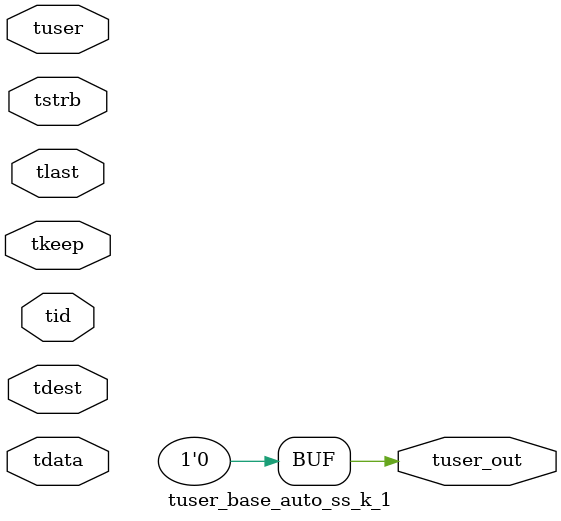
<source format=v>


`timescale 1ps/1ps

module tuser_base_auto_ss_k_1 #
(
parameter C_S_AXIS_TUSER_WIDTH = 1,
parameter C_S_AXIS_TDATA_WIDTH = 32,
parameter C_S_AXIS_TID_WIDTH   = 0,
parameter C_S_AXIS_TDEST_WIDTH = 0,
parameter C_M_AXIS_TUSER_WIDTH = 1
)
(
input  [(C_S_AXIS_TUSER_WIDTH == 0 ? 1 : C_S_AXIS_TUSER_WIDTH)-1:0     ] tuser,
input  [(C_S_AXIS_TDATA_WIDTH == 0 ? 1 : C_S_AXIS_TDATA_WIDTH)-1:0     ] tdata,
input  [(C_S_AXIS_TID_WIDTH   == 0 ? 1 : C_S_AXIS_TID_WIDTH)-1:0       ] tid,
input  [(C_S_AXIS_TDEST_WIDTH == 0 ? 1 : C_S_AXIS_TDEST_WIDTH)-1:0     ] tdest,
input  [(C_S_AXIS_TDATA_WIDTH/8)-1:0 ] tkeep,
input  [(C_S_AXIS_TDATA_WIDTH/8)-1:0 ] tstrb,
input                                                                    tlast,
output [C_M_AXIS_TUSER_WIDTH-1:0] tuser_out
);

assign tuser_out = {1'b0};

endmodule


</source>
